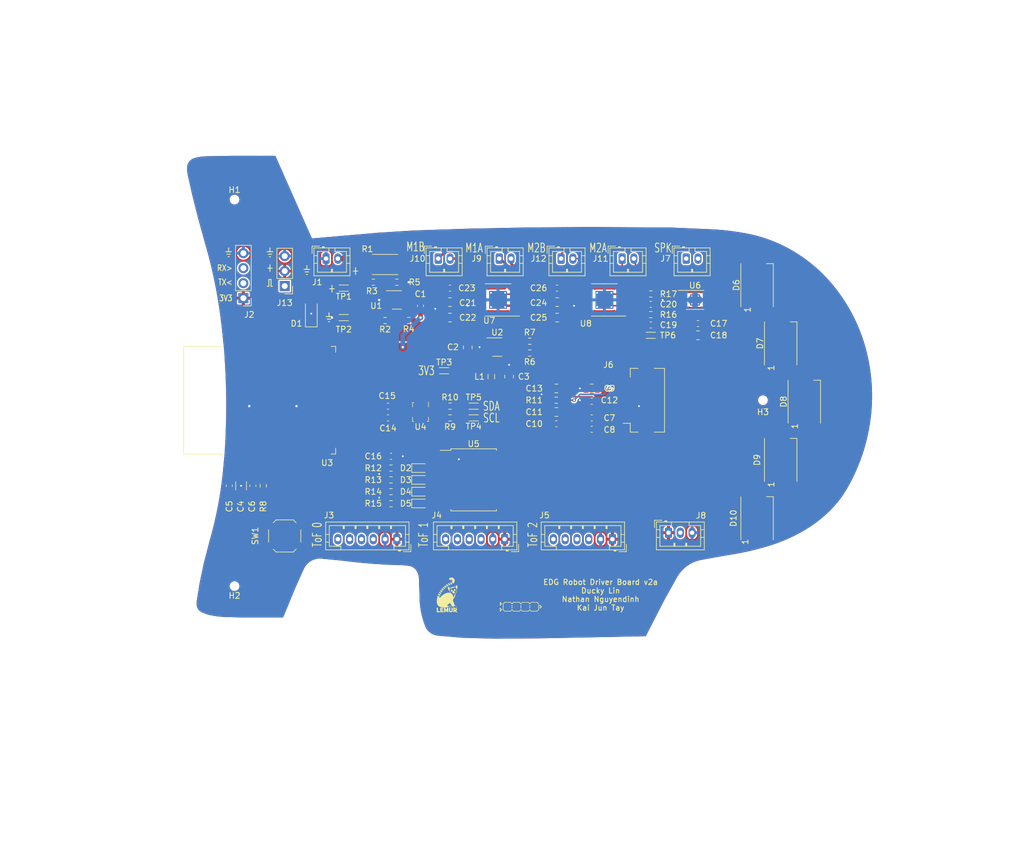
<source format=kicad_pcb>
(kicad_pcb (version 20211014) (generator pcbnew)
  (layers (0 "F.Cu" signal "Front") (31 "B.Cu" signal "Back") (34 "B.Paste" user) (35 "F.Paste" user) (36 "B.SilkS" user "B.Silkscreen") (37 "F.SilkS" user "F.Silkscreen") (38 "B.Mask" user) (39 "F.Mask" user) (44 "Edge.Cuts" user))
  (net 0 "")
  (net 1 "gnd")
  (net 2 "v3v3")
  (net 3 "vbatt")
  (net 4 "i2c_chain_0.sda")
  (net 5 "i2c_chain_0.scl")
  (net 6 "mcu.gpio.ledArray")
  (net 7 "lcd.spi.mosi")
  (net 8 "lcd.spi.sck")
  (net 9 "batt.pins.2")
  (net 10 "mcu.adc.isense")
  (net 11 "m1_a.pins.1")
  (net 12 "m1_a.pins.2")
  (net 13 "m1_b.pins.2")
  (net 14 "m1_b.pins.1")
  (net 15 "m2_a.pins.1")
  (net 16 "m2_a.pins.2")
  (net 17 "m2_b.pins.2")
  (net 18 "m2_b.pins.1")
  (net 19 "imu.int1")
  (net 20 "imu.int2")
  (net 21 "spk_chain_0")
  (net 22 "tof.gpio1.1")
  (net 23 "tof.gpio1.0")
  (net 24 "mcu.gpio.lcd_dc")
  (net 25 "mcu.gpio.motor_1a2")
  (net 26 "mcu.gpio.motor_2a1")
  (net 27 "mcu.gpio.motor_2a2")
  (net 28 "mcu.gpio.motor_1b1")
  (net 29 "mcu.ic.io2")
  (net 30 "mcu.gpio.motor_1a1")
  (net 31 "mcu.gpio.motor_2b1")
  (net 32 "mcu.gpio.lcd_reset")
  (net 33 "mcu.gpio.lcd_cs")
  (net 34 "mcu.gpio.motor_2b2")
  (net 35 "mcu.gpio.motor_1b2")
  (net 36 "lcd.device.iref")
  (net 37 "expander.io.led1")
  (net 38 "expander.io.led0")
  (net 39 "expander.io.led2")
  (net 40 "expander.io.led3")
  (net 41 "tof.gpio1.2")
  (net 42 "spk_chain_1.b")
  (net 43 "spk_chain_1.a")
  (net 44 "led_pixel.pins.2")
  (net 45 "lcd.device.c2n")
  (net 46 "motor_driver1.ic.vcp")
  (net 47 "led[3].package.k")
  (net 48 "led[2].res.a")
  (net 49 "reg_3v3.power_path.switch")
  (net 50 "expander.io.tof_xshut_1")
  (net 51 "spk_drv.(adapter)inp_res.b.src")
  (net 52 "led[0].res.a")
  (net 53 "motor_driver2.vint_cap.pwr")
  (net 54 "motor_driver2.vcp_cap.pos")
  (net 55 "ws2812bArray.led[1].din")
  (net 56 "lcd.device.c1p")
  (net 57 "lcd.device.c2p")
  (net 58 "reg_3v3.fb.center")
  (net 59 "isense.amp.r1.b")
  (net 60 "spk_drv.ic.inn")
  (net 61 "spk_drv.inn_res.a")
  (net 62 "spk_drv.inp_res.a")
  (net 63 "mcu.ic.chip_pu")
  (net 64 "led[1].res.a")
  (net 65 "isense.amp.(adapter)r2.b.src")
  (net 66 "mcu.prog.a")
  (net 67 "mcu.uart0.uart.tx")
  (net 68 "mcu.ic.uart0.tx")
  (net 69 "servo.pins.1")
  (net 70 "motor_driver1.ic.vint")
  (net 71 "tof.xshut.2")
  (net 72 "expander.io.tof_xshut_0")
  (net 73 "ws2812bArray.led[4].din")
  (net 74 "ws2812bArray.led[3].din")
  (net 75 "ws2812bArray.led[2].din")
  (net 76 "lcd.vcc_cap1.pwr")
  (net 77 "lcd.device.vcomh")
  (net 78 "lcd.c1_cap.neg")
  (footprint "Resistor_SMD:R_2512_6332Metric" (layer "F.Cu") (at 126 59)
    (fp_text reference "R1")
    (fp_text value "RTT25R050FTE (RALEC) - ±1% 1W Thick Film Resistors 200V ±500ppm/℃ -55℃~+155℃ 0.05Ω 2512 Chip Resistor - Surface Mount ROHS")
  )
  (footprint "Capacitor_SMD:C_0603_1608Metric" (layer "F.Cu") (at 161 82.166668 180)
    (fp_text reference "C12")
    (fp_text value "CC0603KRX7R9BB104 (YAGEO) - 50V 100nF X7R ±10% 0603 Multilayer Ceramic Capacitors MLCC - SMD/SMT ROHS")
  )
  (footprint "Connector_JST:JST_PH_B2B-PH-K_1x02_P2.00mm_Vertical" (layer "F.Cu") (at 177 58)
    (fp_text reference "J7")
    (fp_text value "B2B-PH-K (JST)")
  )
  (footprint "Resistor_SMD:R_0603_1608Metric" (layer "F.Cu") (at 171 67.5)
    (fp_text reference "R16")
    (fp_text value "0603WAF3002T5E (UNI-ROYAL(Uniroyal Elec)) - ±1% 1/10W Thick Film Resistors 75V ±100ppm/℃ -55℃~+155℃ 30kΩ 0603 Chip Resistor - Surface Mount ROHS")
  )
  (footprint "Capacitor_SMD:C_0603_1608Metric" (layer "F.Cu") (at 171 69.25)
    (fp_text reference "C19")
    (fp_text value "CL10A105KB8NNNC (Samsung Electro-Mechanics) - 50V 1uF X5R ±10% 0603 Multilayer Ceramic Capacitors MLCC - SMD/SMT ROHS")
  )
  (footprint "Resistor_SMD:R_0603_1608Metric" (layer "F.Cu") (at 137 85 180)
    (fp_text reference "R9")
    (fp_text value "0603WAF4701T5E (UNI-ROYAL(Uniroyal Elec)) - ±1% 1/10W Thick Film Resistors 75V ±100ppm/℃ -55℃~+155℃ 4.7kΩ 0603 Chip Resistor - Surface Mount ROHS")
  )
  (footprint "Resistor_SMD:R_0603_1608Metric" (layer "F.Cu") (at 155 82 180)
    (fp_text reference "R11")
    (fp_text value "0603WAF5603T5E (UNI-ROYAL(Uniroyal Elec)) - ±1% 1/10W Thick Film Resistors 75V ±100ppm/℃ -55℃~+155℃ 560kΩ 0603 Chip Resistor - Surface Mount ROHS")
  )
  (footprint "Capacitor_SMD:C_0603_1608Metric" (layer "F.Cu") (at 137 63 180)
    (fp_text reference "C23")
    (fp_text value "0603B103K500NT (FH(Guangdong Fenghua Advanced Tech)) - 50V 10nF X7R ±10% 0603 Multilayer Ceramic Capacitors MLCC - SMD/SMT ROHS")
  )
  (footprint "edg:JlcToolingHole_1.152mm" (layer "F.Cu") (at 100.5 48)
    (fp_text reference "H1")
    (fp_text value "")
  )
  (footprint "LED_SMD:LED_WS2812B_PLCC4_5.0x5.0mm_P3.2mm" (layer "F.Cu") (at 197 82.25 90)
    (fp_text reference "D8")
    (fp_text value "WS2812B (Worldsemi)")
  )
  (footprint "Capacitor_SMD:C_0805_2012Metric" (layer "F.Cu") (at 137 68 180)
    (fp_text reference "C22")
    (fp_text value "CL21A475KAQNNNE (Samsung Electro-Mechanics) - 25V 4.7uF X5R ±10% 0805 Multilayer Ceramic Capacitors MLCC - SMD/SMT ROHS")
  )
  (footprint "edg:JlcToolingHole_1.152mm" (layer "F.Cu") (at 190 82)
    (fp_text reference "H3")
    (fp_text value "")
  )
  (footprint "Capacitor_SMD:C_0805_2012Metric" (layer "F.Cu") (at 179 71 180)
    (fp_text reference "C18")
    (fp_text value "CL21A475KAQNNNE (Samsung Electro-Mechanics) - 25V 4.7uF X5R ±10% 0805 Multilayer Ceramic Capacitors MLCC - SMD/SMT ROHS")
  )
  (footprint "Connector_JST:JST_PH_B2B-PH-K_1x02_P2.00mm_Vertical" (layer "F.Cu") (at 145.332313 58)
    (fp_text reference "J9")
    (fp_text value "B2B-PH-K (JST)")
  )
  (footprint "Connector_JST:JST_PH_B2B-PH-K_1x02_P2.00mm_Vertical" (layer "F.Cu") (at 155.807483 58)
    (fp_text reference "J12")
    (fp_text value "B2B-PH-K (JST)")
  )
  (footprint "LED_SMD:LED_0603_1608Metric" (layer "F.Cu") (at 132 97.5)
    (fp_text reference "D4")
    (fp_text value "KT-0603R (Hubei KENTO Elec) - Red 615~630nm 1.9~2.2V 0603 Light Emitting Diodes (LED) RoHS")
  )
  (footprint "Resistor_SMD:R_0603_1608Metric" (layer "F.Cu") (at 128 62 180)
    (fp_text reference "R5")
    (fp_text value "0603WAF2003T5E (UNI-ROYAL(Uniroyal Elec)) - ±1% 1/10W Thick Film Resistors 75V ±100ppm/℃ -55℃~+155℃ 200kΩ 0603 Chip Resistor - Surface Mount ROHS")
  )
  (footprint "edg:Indicator_IdDots_4" (layer "F.Cu") (at 149 117)
    (fp_text reference "U12" hide)
    (fp_text value "IdDots4")
  )
  (footprint "Capacitor_SMD:C_0603_1608Metric" (layer "F.Cu") (at 155 86 180)
    (fp_text reference "C10")
    (fp_text value "CC0603KRX7R9BB104 (YAGEO) - 50V 100nF X7R ±10% 0603 Multilayer Ceramic Capacitors MLCC - SMD/SMT ROHS")
  )
  (footprint "LED_SMD:LED_WS2812B_PLCC4_5.0x5.0mm_P3.2mm" (layer "F.Cu") (at 193 72.375 90)
    (fp_text reference "D7")
    (fp_text value "WS2812B (Worldsemi)")
  )
  (footprint "Connector_PinHeader_2.54mm:PinHeader_1x04_P2.54mm_Vertical" (layer "F.Cu") (at 102.000001 64.699999 180)
    (fp_text reference "J2")
    (fp_text value "PinHeader2.54 1x4 (Generic)")
  )
  (footprint "edg:Indicator_LeadFree" (layer "F.Cu") (at 149 114.5)
    (fp_text reference "U11" hide)
    (fp_text value "LeadFree" hide)
  )
  (footprint "Capacitor_SMD:C_0603_1608Metric" (layer "F.Cu") (at 127 91.5)
    (fp_text reference "C16")
    (fp_text value "CC0603KRX7R9BB104 (YAGEO) - 50V 100nF X7R ±10% 0603 Multilayer Ceramic Capacitors MLCC - SMD/SMT ROHS")
  )
  (footprint "Resistor_SMD:R_0603_1608Metric" (layer "F.Cu") (at 171 64)
    (fp_text reference "R17")
    (fp_text value "0603WAF3002T5E (UNI-ROYAL(Uniroyal Elec)) - ±1% 1/10W Thick Film Resistors 75V ±100ppm/℃ -55℃~+155℃ 30kΩ 0603 Chip Resistor - Surface Mount ROHS")
  )
  (footprint "edg:Symbol_LemurSmall" (layer "F.Cu") (at 136.5 115)
    (fp_text reference "U9" hide)
    (fp_text value "Lemur" hide)
  )
  (footprint "Connector_JST:JST_PH_B2B-PH-K_1x02_P2.00mm_Vertical" (layer "F.Cu") (at 135 58)
    (fp_text reference "J10")
    (fp_text value "B2B-PH-K (JST)")
  )
  (footprint "Capacitor_SMD:C_0603_1608Metric" (layer "F.Cu") (at 171 65.75)
    (fp_text reference "C20")
    (fp_text value "CL10A105KB8NNNC (Samsung Electro-Mechanics) - 50V 1uF X5R ±10% 0603 Multilayer Ceramic Capacitors MLCC - SMD/SMT ROHS")
  )
  (footprint "Capacitor_SMD:C_0603_1608Metric" (layer "F.Cu") (at 103.6125 96.5 -90)
    (fp_text reference "C6")
    (fp_text value "CL10A105KB8NNNC (Samsung Electro-Mechanics) - 50V 1uF X5R ±10% 0603 Multilayer Ceramic Capacitors MLCC - SMD/SMT ROHS")
  )
  (footprint "edg:JlcToolingHole_1.152mm" (layer "F.Cu") (at 100.5 113.5)
    (fp_text reference "H2")
    (fp_text value "")
  )
  (footprint "Resistor_SMD:R_0603_1608Metric" (layer "F.Cu") (at 127 95.5 180)
    (fp_text reference "R13")
    (fp_text value "0603WAF1001T5E (UNI-ROYAL(Uniroyal Elec)) - ±1% 1/10W Thick Film Resistors 75V ±100ppm/℃ -55℃~+155℃ 1kΩ 0603 Chip Resistor - Surface Mount ROHS")
  )
  (footprint "RF_Module:ESP32-WROOM-32" (layer "F.Cu") (at 107.755 82 90)
    (fp_text reference "U3")
    (fp_text value "ESP32-WROOM-32 (Espressif Systems)")
  )
  (footprint "edg:TestPoint_TE_RCU_0603" (layer "F.Cu") (at 119 63 180)
    (fp_text reference "TP1")
    (fp_text value "RCU-0C (TE Connectivity) - anon_link_0")
  )
  (footprint "Capacitor_SMD:C_0805_2012Metric" (layer "F.Cu") (at 147 78 90)
    (fp_text reference "C3")
    (fp_text value "CL21A475KAQNNNE (Samsung Electro-Mechanics) - 25V 4.7uF X5R ±10% 0805 Multilayer Ceramic Capacitors MLCC - SMD/SMT ROHS")
  )
  (footprint "LED_SMD:LED_0603_1608Metric" (layer "F.Cu") (at 132 99.5)
    (fp_text reference "D5")
    (fp_text value "KT-0603R (Hubei KENTO Elec) - Red 615~630nm 1.9~2.2V 0603 Light Emitting Diodes (LED) RoHS")
  )
  (footprint "Resistor_SMD:R_0603_1608Metric" (layer "F.Cu") (at 130 68.5 180)
    (fp_text reference "R4")
    (fp_text value "0603WAF2003T5E (UNI-ROYAL(Uniroyal Elec)) - ±1% 1/10W Thick Film Resistors 75V ±100ppm/℃ -55℃~+155℃ 200kΩ 0603 Chip Resistor - Surface Mount ROHS")
  )
  (footprint "Resistor_SMD:R_0603_1608Metric" (layer "F.Cu") (at 127 93.5 180)
    (fp_text reference "R12")
    (fp_text value "0603WAF1001T5E (UNI-ROYAL(Uniroyal Elec)) - ±1% 1/10W Thick Film Resistors 75V ±100ppm/℃ -55℃~+155℃ 1kΩ 0603 Chip Resistor - Surface Mount ROHS")
  )
  (footprint "Connector_FFC-FPC:Hirose_FH12-15S-0.5SH_1x15-1MP_P0.50mm_Horizontal" (layer "F.Cu") (at 168.825 82 90)
    (fp_text reference "J6")
    (fp_text value "FH12-15S-0.5SH (Hirose)")
  )
  (footprint "Resistor_SMD:R_0603_1608Metric" (layer "F.Cu") (at 126 68.5)
    (fp_text reference "R2")
    (fp_text value "0603WAF1002T5E (UNI-ROYAL(Uniroyal Elec)) - ±1% 1/10W Thick Film Resistors 75V ±100ppm/℃ -55℃~+155℃ 10kΩ 0603 Chip Resistor - Surface Mount ROHS")
  )
  (footprint "Connector_PinHeader_2.54mm:PinHeader_1x03_P2.54mm_Vertical" (layer "F.Cu") (at 109 62.65 180)
    (fp_text reference "J13")
    (fp_text value "PinHeader2.54 1x3 (Generic)")
  )
  (footprint "edg:TestPoint_TE_RCU_0603" (layer "F.Cu") (at 119 68)
    (fp_text reference "TP2")
    (fp_text value "RCU-0C (TE Connectivity) - gnd")
  )
  (footprint "Capacitor_SMD:C_0603_1608Metric" (layer "F.Cu") (at 179 69 180)
    (fp_text reference "C17")
    (fp_text value "CC0603KRX7R9BB104 (YAGEO) - 50V 100nF X7R ±10% 0603 Multilayer Ceramic Capacitors MLCC - SMD/SMT ROHS")
  )
  (footprint "Capacitor_SMD:C_0603_1608Metric" (layer "F.Cu") (at 155.139796 63 180)
    (fp_text reference "C26")
    (fp_text value "0603B103K500NT (FH(Guangdong Fenghua Advanced Tech)) - 50V 10nF X7R ±10% 0603 Multilayer Ceramic Capacitors MLCC - SMD/SMT ROHS")
  )
  (footprint "Resistor_SMD:R_0603_1608Metric" (layer "F.Cu") (at 105.3625 96.5 90)
    (fp_text reference "R8")
    (fp_text value "0603WAF1002T5E (UNI-ROYAL(Uniroyal Elec)) - ±1% 1/10W Thick Film Resistors 75V ±100ppm/℃ -55℃~+155℃ 10kΩ 0603 Chip Resistor - Surface Mount ROHS")
  )
  (footprint "Capacitor_SMD:C_0805_2012Metric" (layer "F.Cu") (at 155.139796 65.375 180)
    (fp_text reference "C24")
    (fp_text value "CL21A106KAYNNNE (Samsung Electro-Mechanics) - X5R 25V ±10% 10uF 0805 Multilayer Ceramic Capacitors MLCC - SMD/SMT ROHS")
  )
  (footprint "edg:TestPoint_TE_RCU_0603" (layer "F.Cu") (at 141 85 180)
    (fp_text reference "TP4")
    (fp_text value "RCU-0C (TE Connectivity) - i2c_chain_0.scl")
  )
  (footprint "Connector_JST:JST_PH_B6B-PH-K_1x06_P2.00mm_Vertical" (layer "F.Cu") (at 164.5 105.55 180)
    (fp_text reference "J5")
    (fp_text value "B6B-PH-K (JST)")
  )
  (footprint "Package_SO:MSOP-8-1EP_3x3mm_P0.65mm_EP1.68x1.88mm_ThermalVias" (layer "F.Cu") (at 178.5 65)
    (fp_text reference "U6")
    (fp_text value "TPA2005D1 (Texas Instruments)")
  )
  (footprint "edg:TestPoint_TE_RCU_0603" (layer "F.Cu") (at 171 71)
    (fp_text reference "TP6")
    (fp_text value "RCU-0C (TE Connectivity) - spk_chain_0")
  )
  (footprint "Connector_JST:JST_PH_B3B-PH-K_1x03_P2.00mm_Vertical" (layer "F.Cu") (at 174 104.45)
    (fp_text reference "J8")
    (fp_text value "B3B-PH-K (JST)")
  )
  (footprint "Connector_JST:JST_PH_B6B-PH-K_1x06_P2.00mm_Vertical" (layer "F.Cu") (at 146.25 105.55 180)
    (fp_text reference "J4")
    (fp_text value "B6B-PH-K (JST)")
  )
  (footprint "Resistor_SMD:R_0603_1608Metric" (layer "F.Cu") (at 127 99.54 180)
    (fp_text reference "R15")
    (fp_text value "0603WAF1001T5E (UNI-ROYAL(Uniroyal Elec)) - ±1% 1/10W Thick Film Resistors 75V ±100ppm/℃ -55℃~+155℃ 1kΩ 0603 Chip Resistor - Surface Mount ROHS")
  )
  (footprint "LED_SMD:LED_WS2812B_PLCC4_5.0x5.0mm_P3.2mm" (layer "F.Cu") (at 193 92.125 90)
    (fp_text reference "D9")
    (fp_text value "WS2812B (Worldsemi)")
  )
  (footprint "Resistor_SMD:R_0603_1608Metric" (layer "F.Cu") (at 137 83 180)
    (fp_text reference "R10")
    (fp_text value "0603WAF4701T5E (UNI-ROYAL(Uniroyal Elec)) - ±1% 1/10W Thick Film Resistors 75V ±100ppm/℃ -55℃~+155℃ 4.7kΩ 0603 Chip Resistor - Surface Mount ROHS")
  )
  (footprint "Capacitor_SMD:C_1206_3216Metric" (layer "F.Cu") (at 101.6125 96.5 -90)
    (fp_text reference "C4")
    (fp_text value "CL31A226KPHNNNE (Samsung Electro-Mechanics) - 10V 22uF X5R ±10% 1206 Multilayer Ceramic Capacitors MLCC - SMD/SMT ROHS")
  )
  (footprint "LED_SMD:LED_0603_1608Metric" (layer "F.Cu") (at 132 93.5)
    (fp_text reference "D2")
    (fp_text value "KT-0603R (Hubei KENTO Elec) - Red 615~630nm 1.9~2.2V 0603 Light Emitting Diodes (LED) RoHS")
  )
  (footprint "Capacitor_SMD:C_0805_2012Metric" (layer "F.Cu") (at 155.139796 68 180)
    (fp_text reference "C25")
    (fp_text value "CL21A475KAQNNNE (Samsung Electro-Mechanics) - 25V 4.7uF X5R ±10% 0805 Multilayer Ceramic Capacitors MLCC - SMD/SMT ROHS")
  )
  (footprint "Capacitor_SMD:C_0603_1608Metric" (layer "F.Cu") (at 99.6125 96.5 -90)
    (fp_text reference "C5")
    (fp_text value "CC0603KRX7R9BB104 (YAGEO) - 50V 100nF X7R ±10% 0603 Multilayer Ceramic Capacitors MLCC - SMD/SMT ROHS")
  )
  (footprint "edg:Symbol_Duckling" (layer "F.Cu") (at 142 115.5)
    (fp_text reference "U10" hide)
    (fp_text value "Duck" hide)
  )
  (footprint "Button_Switch_SMD:SW_SPST_SKQG_WithoutStem" (layer "F.Cu") (at 109 105 180)
    (fp_text reference "SW1")
    (fp_text value "5.1mm switch")
  )
  (footprint "Capacitor_SMD:C_0805_2012Metric" (layer "F.Cu") (at 140 73.05 -90)
    (fp_text reference "C2")
    (fp_text value "CL21A475KAQNNNE (Samsung Electro-Mechanics) - 25V 4.7uF X5R ±10% 0805 Multilayer Ceramic Capacitors MLCC - SMD/SMT ROHS")
  )
  (footprint "Connector_JST:JST_PH_B6B-PH-K_1x06_P2.00mm_Vertical" (layer "F.Cu") (at 128 105.55 180)
    (fp_text reference "J3")
    (fp_text value "B6B-PH-K (JST)")
  )
  (footprint "Capacitor_SMD:C_0603_1608Metric" (layer "F.Cu") (at 161 85 180)
    (fp_text reference "C7")
    (fp_text value "CC0603KRX7R9BB104 (YAGEO) - 50V 100nF X7R ±10% 0603 Multilayer Ceramic Capacitors MLCC - SMD/SMT ROHS")
  )
  (footprint "Resistor_SMD:R_0603_1608Metric" (layer "F.Cu") (at 124 62)
    (fp_text reference "R3")
    (fp_text value "0603WAF1002T5E (UNI-ROYAL(Uniroyal Elec)) - ±1% 1/10W Thick Film Resistors 75V ±100ppm/℃ -55℃~+155℃ 10kΩ 0603 Chip Resistor - Surface Mount ROHS")
  )
  (footprint "LED_SMD:LED_WS2812B_PLCC4_5.0x5.0mm_P3.2mm" (layer "F.Cu") (at 189 102 90)
    (fp_text reference "D10")
    (fp_text value "WS2812B (Worldsemi)")
  )
  (footprint "Package_SO:TSSOP-16-1EP_4.4x5mm_P0.65mm_EP3x3mm_ThermalVias" (layer "F.Cu") (at 163.139796 65 180)
    (fp_text reference "U8")
    (fp_text value "DRV8833PWP (Texas Instruments)")
  )
  (footprint "Package_SO:SOIC-16W_7.5x10.3mm_P1.27mm" (layer "F.Cu") (at 141 95.5)
    (fp_text reference "U5")
    (fp_text value "PCF8574AT (NXP)")
  )
  (footprint "Connector_JST:JST_PH_B2B-PH-K_1x02_P2.00mm_Vertical" (layer "F.Cu") (at 166.139796 58)
    (fp_text reference "J11")
    (fp_text value "B2B-PH-K (JST)")
  )
  (footprint "Package_SO:TSSOP-16-1EP_4.4x5mm_P0.65mm_EP3x3mm_ThermalVias" (layer "F.Cu") (at 145.139796 65 180)
    (fp_text reference "U7")
    (fp_text value "DRV8833PWP (Texas Instruments)")
  )
  (footprint "Capacitor_SMD:C_0805_2012Metric" (layer "F.Cu") (at 137 65.375 180)
    (fp_text reference "C21")
    (fp_text value "CL21A106KAYNNNE (Samsung Electro-Mechanics) - X5R 25V ±10% 10uF 0805 Multilayer Ceramic Capacitors MLCC - SMD/SMT ROHS")
  )
  (footprint "Capacitor_SMD:C_0805_2012Metric" (layer "F.Cu") (at 161 80 180)
    (fp_text reference "C9")
    (fp_text value "CL21A475KAQNNNE (Samsung Electro-Mechanics) - 25V 4.7uF X5R ±10% 0805 Multilayer Ceramic Capacitors MLCC - SMD/SMT ROHS")
  )
  (footprint "edg:TestPoint_TE_RCU_0603" (layer "F.Cu") (at 141 83 180)
    (fp_text reference "TP5")
    (fp_text value "RCU-0C (TE Connectivity) - i2c_tp.anon_link_1")
  )
  (footprint "LED_SMD:LED_0603_1608Metric" (layer "F.Cu") (at 132 95.5)
    (fp_text reference "D3")
    (fp_text value "KT-0603R (Hubei KENTO Elec) - Red 615~630nm 1.9~2.2V 0603 Light Emitting Diodes (LED) RoHS")
  )
  (footprint "Capacitor_SMD:C_0603_1608Metric" (layer "F.Cu") (at 132 66 90)
    (fp_text reference "C1")
    (fp_text value "CC0603KRX7R9BB104 (YAGEO) - 50V 100nF X7R ±10% 0603 Multilayer Ceramic Capacitors MLCC - SMD/SMT ROHS")
  )
  (footprint "edg:TestPoint_TE_RCU_0603" (layer "F.Cu") (at 136 77)
    (fp_text reference "TP3")
    (fp_text value "RCU-0C (TE Connectivity) - v3v3")
  )
  (footprint "Resistor_SMD:R_0603_1608Metric" (layer "F.Cu") (at 150.5 72)
    (fp_text reference "R7")
    (fp_text value "0603WAF1502T5E (UNI-ROYAL(Uniroyal Elec)) - ±1% 1/10W Thick Film Resistors 75V ±100ppm/℃ -55℃~+155℃ 15kΩ 0603 Chip Resistor - Surface Mount ROHS")
  )
  (footprint "Diode_SMD:D_SOD-123" (layer "F.Cu") (at 113.5 67.325 90)
    (fp_text reference "D1")
    (fp_text value "BZT52C3V6 (SMC(Sangdest Microelectronicstronic (Nanjing))) - 5μA@1V 90Ω Single 3.6V~3.8V 350mW 3.4V SOD-123 Zener Diodes ROHS")
  )
  (footprint "Capacitor_SMD:C_0603_1608Metric" (layer "F.Cu") (at 126.5 83 180)
    (fp_text reference "C15")
    (fp_text value "CC0603KRX7R9BB104 (YAGEO) - 50V 100nF X7R ±10% 0603 Multilayer Ceramic Capacitors MLCC - SMD/SMT ROHS")
  )
  (footprint "Capacitor_SMD:C_0603_1608Metric" (layer "F.Cu") (at 126.5 85 180)
    (fp_text reference "C14")
    (fp_text value "CC0603KRX7R9BB104 (YAGEO) - 50V 100nF X7R ±10% 0603 Multilayer Ceramic Capacitors MLCC - SMD/SMT ROHS")
  )
  (footprint "Capacitor_SMD:C_0805_2012Metric" (layer "F.Cu") (at 155 84 180)
    (fp_text reference "C11")
    (fp_text value "CL21A475KAQNNNE (Samsung Electro-Mechanics) - 25V 4.7uF X5R ±10% 0805 Multilayer Ceramic Capacitors MLCC - SMD/SMT ROHS")
  )
  (footprint "LED_SMD:LED_WS2812B_PLCC4_5.0x5.0mm_P3.2mm" (layer "F.Cu") (at 189 62.5 90)
    (fp_text reference "D6")
    (fp_text value "WS2812B (Worldsemi)")
  )
  (footprint "Inductor_SMD:L_0805_2012Metric" (layer "F.Cu") (at 144 78 -90)
    (fp_text reference "L1")
    (fp_text value "MPL2012S3R3MHT (Sunlord) - 900mA 3.3uH ±20% 190mΩ 0805 Inductors (SMD) ROHS")
  )
  (footprint "Package_TO_SOT_SMD:SOT-23-5" (layer "F.Cu") (at 145 73)
    (fp_text reference "U2")
    (fp_text value "AP3418 (Diodes Incorporated)")
  )
  (footprint "Capacitor_SMD:C_0805_2012Metric" (layer "F.Cu") (at 155 80 180)
    (fp_text reference "C13")
    (fp_text value "CL21A106KAYNNNE (Samsung Electro-Mechanics) - X5R 25V ±10% 10uF 0805 Multilayer Ceramic Capacitors MLCC - SMD/SMT ROHS")
  )
  (footprint "Connector_JST:JST_PH_B2B-PH-K_1x02_P2.00mm_Vertical" (layer "F.Cu") (at 116 58)
    (fp_text reference "J1")
    (fp_text value "B2B-PH-K (JST)")
  )
  (footprint "Capacitor_SMD:C_0603_1608Metric" (layer "F.Cu") (at 161 86.916666 180)
    (fp_text reference "C8")
    (fp_text value "CC0603KRX7R9BB104 (YAGEO) - 50V 100nF X7R ±10% 0603 Multilayer Ceramic Capacitors MLCC - SMD/SMT ROHS")
  )
  (footprint "Resistor_SMD:R_0603_1608Metric" (layer "F.Cu") (at 150.5 74 180)
    (fp_text reference "R6")
    (fp_text value "0603WAF6802T5E (UNI-ROYAL(Uniroyal Elec)) - ±1% 1/10W Thick Film Resistors 75V ±100ppm/℃ -55℃~+155℃ 68kΩ 0603 Chip Resistor - Surface Mount ROHS")
  )
  (footprint "Package_TO_SOT_SMD:SOT-23-5" (layer "F.Cu") (at 128 65)
    (fp_text reference "U1")
    (fp_text value "LMV321 (Texas Instruments)")
  )
  (footprint "Resistor_SMD:R_0603_1608Metric" (layer "F.Cu") (at 127 97.5 180)
    (fp_text reference "R14")
    (fp_text value "0603WAF1001T5E (UNI-ROYAL(Uniroyal Elec)) - ±1% 1/10W Thick Film Resistors 75V ±100ppm/℃ -55℃~+155℃ 1kΩ 0603 Chip Resistor - Surface Mount ROHS")
  )
  (footprint "Package_LGA:Bosch_LGA-14_3x2.5mm_P0.5mm" (layer "F.Cu") (at 132 84 -90)
    (fp_text reference "U4")
    (fp_text value "LSM6DS3TR-C (STMicroelectronics)")
  )
  (gr_line (start 152.705652 122.597399) (end 170.311219 122.243129) (layer "Edge.Cuts") (width 0.001919))
  (gr_line (start 113.771581 54.314842) (end 110.678787 47.321486) (layer "Edge.Cuts") (width 0.001919))
  (gr_line (start 179.437981 109.340335) (end 183.712471 108.563339) (layer "Edge.Cuts") (width 0.001919))
  (gr_line (start 94.314959 113.074293) (end 93.838255 116.085521) (layer "Edge.Cuts") (width 0.001919))
  (gr_arc (start 96.196859 118.639526) (mid 95.431937 118.410576) (end 94.702677 118.085456) (layer "Edge.Cuts") (width 0.001919))
  (gr_line (start 118.735974 109.444684) (end 121.13639 109.725552) (layer "Edge.Cuts") (width 0.001919))
  (gr_line (start 131.476552 112.158208) (end 131.576219 115.102624) (layer "Edge.Cuts") (width 0.001919))
  (gr_arc (start 131.706154 117.095006) (mid 131.60874 116.100931) (end 131.576219 115.102624) (layer "Edge.Cuts") (width 0.001919))
  (gr_arc (start 92.357693 44.024822) (mid 92.244194 43.319208) (end 92.206219 42.605534) (layer "Edge.Cuts") (width 0.001919))
  (gr_arc (start 132.659596 120.592712) (mid 132.347332 119.811899) (end 132.093787 119.010093) (layer "Edge.Cuts") (width 0.001919))
  (gr_arc (start 204.497209 97.038647) (mid 202.99336 99.259159) (end 201.18158 101.236451) (layer "Edge.Cuts") (width 0.001919))
  (gr_line (start 126.162921 110.127751) (end 127.943474 110.178129) (layer "Edge.Cuts") (width 0.001919))
  (gr_arc (start 208.525346 84.868834) (mid 207.12926 91.158288) (end 204.497209 97.038647) (layer "Edge.Cuts") (width 0.001919))
  (gr_arc (start 93.59579 40.739659) (mid 94.608879 40.507812) (end 95.64306 40.404996) (layer "Edge.Cuts") (width 0.001919))
  (gr_arc (start 93.975639 117.267769) (mid 93.832451 116.685302) (end 93.838255 116.085521) (layer "Edge.Cuts") (width 0.001919))
  (gr_arc (start 130.050482 110.337839) (mid 130.595882 110.535244) (end 131.024503 110.926027) (layer "Edge.Cuts") (width 0.001919))
  (gr_arc (start 187.277246 53.49204) (mid 189.417701 53.993602) (end 191.502977 54.689833) (layer "Edge.Cuts") (width 0.001919))
  (gr_line (start 108.904844 119.068129) (end 111.033032 113.889684) (layer "Edge.Cuts") (width 0.001919))
  (gr_arc (start 207.379816 72.210619) (mid 208.611486 78.480098) (end 208.525346 84.868834) (layer "Edge.Cuts") (width 0.001919))
  (gr_line (start 170.311219 122.243129) (end 173.567641 115.898902) (layer "Edge.Cuts") (width 0.001919))
  (gr_line (start 98.486368 118.969536) (end 101.785673 119.068129) (layer "Edge.Cuts") (width 0.001919))
  (gr_arc (start 177.32211 110.288707) (mid 178.331346 109.705869) (end 179.437981 109.340335) (layer "Edge.Cuts") (width 0.001919))
  (gr_arc (start 92.206219 42.605534) (mid 92.305157 41.991995) (end 92.591945 41.440659) (layer "Edge.Cuts") (width 0.001919))
  (gr_arc (start 201.323948 61.477002) (mid 204.933643 66.515582) (end 207.379816 72.210619) (layer "Edge.Cuts") (width 0.001919))
  (gr_line (start 174.382477 52.479719) (end 160.786219 52.393129) (layer "Edge.Cuts") (width 0.001919))
  (gr_arc (start 92.591945 41.440659) (mid 93.037003 41.008729) (end 93.595789 40.739659) (layer "Edge.Cuts") (width 0.001919))
  (gr_line (start 101.785673 119.068129) (end 108.904844 119.068129) (layer "Edge.Cuts") (width 0.001919))
  (gr_arc (start 190.795224 107.012817) (mid 187.281994 107.916651) (end 183.712471 108.563339) (layer "Edge.Cuts") (width 0.001919))
  (gr_arc (start 191.502977 54.689833) (mid 196.816532 57.500179) (end 201.323948 61.477002) (layer "Edge.Cuts") (width 0.001919))
  (gr_line (start 96.100919 105.520269) (end 95.072714 109.461446) (layer "Edge.Cuts") (width 0.001919))
  (gr_line (start 95.072714 109.461446) (end 94.314959 113.074293) (layer "Edge.Cuts") (width 0.001919))
  (gr_arc (start 97.83684 67.701922) (mid 98.527067 74.374429) (end 98.828704 81.075755) (layer "Edge.Cuts") (width 0.001919))
  (gr_arc (start 133.338152 121.489394) (mid 132.947024 121.08029) (end 132.659596 120.592712) (layer "Edge.Cuts") (width 0.001919))
  (gr_line (start 111.033032 113.889684) (end 112.511302 110.619467) (layer "Edge.Cuts") (width 0.001919))
  (gr_line (start 93.116742 47.368853) (end 94.118859 51.34364) (layer "Edge.Cuts") (width 0.001919))
  (gr_line (start 130.789133 52.982619) (end 124.8964 53.353986) (layer "Edge.Cuts") (width 0.001919))
  (gr_line (start 124.8964 53.353986) (end 113.771581 54.314842) (layer "Edge.Cuts") (width 0.001919))
  (gr_line (start 173.567641 115.898902) (end 175.73792 112.009162) (layer "Edge.Cuts") (width 0.001919))
  (gr_arc (start 196.620915 104.56905) (mid 193.774781 105.949966) (end 190.795224 107.012817) (layer "Edge.Cuts") (width 0.001919))
  (gr_arc (start 98.486368 118.969536) (mid 97.334728 118.8523) (end 96.196859 118.639526) (layer "Edge.Cuts") (width 0.001919))
  (gr_line (start 107.585993 40.328129) (end 99.896106 40.328129) (layer "Edge.Cuts") (width 0.001919))
  (gr_line (start 134.889641 122.151255) (end 139.006242 122.50381) (layer "Edge.Cuts") (width 0.001919))
  (gr_arc (start 112.511302 110.619467) (mid 112.968857 109.959532) (end 113.598076 109.460578) (layer "Edge.Cuts") (width 0.001919))
  (gr_line (start 144.744534 122.671872) (end 152.705652 122.597399) (layer "Edge.Cuts") (width 0.001919))
  (gr_line (start 110.678787 47.321486) (end 107.585993 40.328129) (layer "Edge.Cuts") (width 0.001919))
  (gr_line (start 150.4889 52.463681) (end 140.028022 52.67538) (layer "Edge.Cuts") (width 0.001919))
  (gr_line (start 94.118859 51.34364) (end 95.305871 55.623034) (layer "Edge.Cuts") (width 0.001919))
  (gr_arc (start 94.702677 118.085456) (mid 94.264682 117.742832) (end 93.975639 117.267769) (layer "Edge.Cuts") (width 0.001919))
  (gr_arc (start 98.828704 81.075755) (mid 98.739841 87.648004) (end 98.264232 94.203623) (layer "Edge.Cuts") (width 0.001919))
  (gr_line (start 92.357693 44.024822) (end 93.116742 47.368853) (layer "Edge.Cuts") (width 0.001919))
  (gr_line (start 121.13639 109.725552) (end 123.740264 109.96268) (layer "Edge.Cuts") (width 0.001919))
  (gr_line (start 140.028022 52.67538) (end 130.789133 52.982619) (layer "Edge.Cuts") (width 0.001919))
  (gr_arc (start 201.18158 101.236451) (mid 199.005341 103.045202) (end 196.620915 104.56905) (layer "Edge.Cuts") (width 0.001919))
  (gr_arc (start 95.305871 55.623034) (mid 96.796192 61.615367) (end 97.83684 67.701922) (layer "Edge.Cuts") (width 0.001919))
  (gr_arc (start 127.943474 110.178129) (mid 129 110.218118) (end 130.050482 110.337839) (layer "Edge.Cuts") (width 0.001919))
  (gr_arc (start 113.598076 109.460578) (mid 114.345903 109.164527) (end 115.147357 109.096992) (layer "Edge.Cuts") (width 0.001919))
  (gr_line (start 182.084208 52.816378) (end 174.382477 52.479719) (layer "Edge.Cuts") (width 0.001919))
  (gr_line (start 115.147357 109.096992) (end 118.735974 109.444684) (layer "Edge.Cuts") (width 0.001919))
  (gr_arc (start 132.093787 119.010093) (mid 131.866699 118.059284) (end 131.706154 117.095006) (layer "Edge.Cuts") (width 0.001919))
  (gr_arc (start 98.264232 94.203623) (mid 97.428888 99.909032) (end 96.100919 105.520269) (layer "Edge.Cuts") (width 0.001919))
  (gr_line (start 123.740264 109.96268) (end 126.162921 110.127751) (layer "Edge.Cuts") (width 0.001919))
  (gr_line (start 99.896106 40.328129) (end 95.64306 40.404996) (layer "Edge.Cuts") (width 0.001919))
  (gr_line (start 139.006242 122.50381) (end 144.744534 122.671872) (layer "Edge.Cuts") (width 0.001919))
  (gr_arc (start 182.084208 52.816378) (mid 184.689978 53.08311) (end 187.277246 53.49204) (layer "Edge.Cuts") (width 0.001919))
  (gr_arc (start 175.73792 112.009162) (mid 176.443466 111.069241) (end 177.32211 110.288707) (layer "Edge.Cuts") (width 0.001919))
  (gr_arc (start 134.889641 122.151255) (mid 134.065662 121.933396) (end 133.338152 121.489394) (layer "Edge.Cuts") (width 0.001919))
  (gr_line (start 160.786219 52.393129) (end 150.4889 52.463681) (layer "Edge.Cuts") (width 0.001919))
  (gr_arc (start 131.024503 110.926027) (mid 131.338591 111.50981) (end 131.476552 112.158208) (layer "Edge.Cuts") (width 0.001919))
  (gr_text "⏚" (at 116.5 68) (layer "F.SilkS") (effects (font (size 1.5 1) (thickness 0.1524))))
  (gr_text "⏚" (at 106.5 57) (layer "F.SilkS") (effects (font (size 1.5 1) (thickness 0.1524))))
  (gr_text "M2A" (at 160.5 56.19) (layer "F.SilkS") (effects (font (size 1.5 1)) (justify left)))
  (gr_text "M1B" (at 129.5 56) (layer "F.SilkS") (effects (font (size 1.5 1)) (justify left)))
  (gr_text "+" (at 106.5 59.5) (layer "F.SilkS") (effects (font (size 1.5 1) (thickness 0.1524))))
  (gr_text "⏚" (at 112.75 60) (layer "F.SilkS") (effects (font (size 1.5 1) (thickness 0.1524))))
  (gr_text "SPK" (at 171.5 56.19) (layer "F.SilkS") (effects (font (size 1.5 1)) (justify left)))
  (gr_text "EDG Robot Driver Board v2a\nDucky Lin\nNathan Nguyendinh\nKai Jun Tay" (at 162.5 115) (layer "F.SilkS") (effects (font (size 0.9 0.9))))
  (gr_text "SCL" (at 144 85) (layer "F.SilkS") (effects (font (size 1.5 1) (thickness 0.1524))))
  (gr_text "+" (at 117 63) (layer "F.SilkS") (effects (font (size 1.5 1) (thickness 0.1524))))
  (gr_text "M1A" (at 139.5 56.19) (layer "F.SilkS") (effects (font (size 1.5 1)) (justify left)))
  (gr_text "M2B" (at 150 56.19) (layer "F.SilkS") (effects (font (size 1.5 1)) (justify left)))
  (gr_text "3V3" (at 99.014286 64.699999) (layer "F.SilkS") (effects (font (size 1 0.8) (thickness 0.1524))))
  (gr_text "3V3" (at 133 77) (layer "F.SilkS") (effects (font (size 1.5 1) (thickness 0.1524))))
  (gr_text "ToF 2" (at 151 107 90) (layer "F.SilkS") (effects (font (size 1.5 1)) (justify left)))
  (gr_text "⏚" (at 99.5 57) (layer "F.SilkS") (effects (font (size 1.5 1) (thickness 0.1524))))
  (gr_text "+" (at 121 60) (layer "F.SilkS") (effects (font (size 1.5 1) (thickness 0.1524))))
  (gr_text "ToF 1" (at 132.5 107 90) (layer "F.SilkS") (effects (font (size 1.5 1)) (justify left)))
  (gr_text "⎍" (at 106.5 62) (layer "F.SilkS") (effects (font (size 1.5 1) (thickness 0.1524))))
  (gr_text "RX>" (at 98.842857 59.589999) (layer "F.SilkS") (effects (font (size 1 0.8) (thickness 0.1524))))
  (gr_text "SDA" (at 144 83) (layer "F.SilkS") (effects (font (size 1.5 1) (thickness 0.1524))))
  (gr_text "ToF 0" (at 114.5 107 90) (layer "F.SilkS") (effects (font (size 1.5 1)) (justify left)))
  (gr_text "TX<" (at 98.937295 62) (layer "F.SilkS") (effects (font (size 1 0.8) (thickness 0.154))))
  (segment (start 154.05 80) (end 153.5 80) (width 0.254) (layer "F.Cu") (net 1))
  (segment (start 153.5 82) (end 152.5 81) (width 0.254) (layer "F.Cu") (net 1))
  (segment (start 126 97.5) (end 125 98.5) (width 0.254) (layer "F.Cu") (net 1))
  (segment (start 172.25 65.75) (end 173 65) (width 0.4) (layer "F.Cu") (net 1))
  (segment (start 138.5 92) (end 137.555 91.055) (width 0.254) (layer "F.Cu") (net 1))
  (segment (start 134.860204 66.564796) (end 136.05 65.375) (width 0.6) (layer "F.Cu") (net 1))
  (segment (start 138.175 92.325) (end 136.35 92.325) (width 0.254) (layer "F.Cu") (net 1))
  (segment (start 126 95.5) (end 125 94.5) (width 0.254) (layer "F.Cu") (net 1))
  (segment (start 101.6125 96.5) (end 101.6125 97.975) (width 0.4) (layer "F.Cu") (net 1))
  (segment (start 153.5 80) (end 152.5 81) (width 0.254) (layer "F.Cu") (net 1))
  (segment (start 99.6125 97.275) (end 100.3875 96.5) (width 0.4) (layer "F.Cu") (net 1))
  (segment (start 102.6125 96.5) (end 101.6125 96.5) (width 0.4) (layer "F.Cu") (net 1))
  (segment (start 107 83) (end 111 83) (width 1) (layer "F.Cu") (net 1))
  (segment (start 140 74) (end 141 74) (width 0.6) (layer "F.Cu") (net 1))
  (segment (start 126 93.5) (end 125 94.5) (width 0.254) (layer "F.Cu") (net 1))
  (segment (start 166.975 83) (end 169 83) (width 0.254) (layer "F.Cu") (net 1))
  (segment (start 154.175 82) (end 153.5 82) (width 0.254) (layer "F.Cu") (net 1))
  (segment (start 113.5 65.675) (end 113.5 67.325) (width 0.4) (layer "F.Cu") (net 1))
  (segment (start 107 83) (end 103 83) (width 1) (layer "F.Cu") (net 1))
  (segment (start 166.014796 65.975) (end 164.564796 65.975) (width 0.254) (layer "F.Cu") (net 1))
  (segment (start 126.175 93.5) (end 126 93.5) (width 0.254) (layer "F.Cu") (net 1))
  (segment (start 148.014796 65.975) (end 146.564796 65.975) (width 0.4) (layer "F.Cu") (net 1))
  (segment (start 126.175 99.54) (end 126.04 99.54) (width 0.254) (layer "F.Cu") (net 1))
  (segment (start 126.175 97.5) (end 126 97.5) (width 0.254) (layer "F.Cu") (net 1))
  (segment (start 128.825 62) (end 130 62) (width 0.8) (layer "F.Cu") (net 1))
  (segment (start 136 68) (end 136.05 68) (width 0.6) (layer "F.Cu") (net 1))
  (segment (start 137.555 91.055) (end 136.35 91.055) (width 0.254) (layer "F.Cu") (net 1))
  (segment (start 160.264796 65.325) (end 158.675 65.325) (width 0.4) (layer "F.Cu") (net 1))
  (segment (start 140.675 65.325) (end 142.264796 65.325) (width 0.4) (layer "F.Cu") (net 1))
  (segment (start 138.5 92) (end 136.905 93.595) (width 0.254) (layer "F.Cu") (net 1))
  (segment (start 126.175 95.5) (end 126 95.5) (width 0.254) (layer "F.Cu") (net 1))
  (segment (start 134.5 66.5) (end 133.225 65.225) (width 0.8) (layer "F.Cu") (net 1))
  (segment (start 166.014796 64.025) (end 164.564796 64.025) (width 0.254) (layer "F.Cu") (net 1))
  (segment (start 158.675 65.325) (end 158 66) (width 0.4) (layer "F.Cu") (net 1))
  (segment (start 164.564796 64.025) (end 164.339796 63.8) (width 0.254) (layer "F.Cu") (net 1))
  (segment (start 134.5 66.5) (end 136 68) (width 0.6) (layer "F.Cu") (net 1))
  (segment (start 159.166668 82.166668) (end 159 82) (width 0.254) (layer "F.Cu") (net 1))
  (segment (start 160.05 80) (end 159 80) (width 0.254) (layer "F.Cu") (net 1))
  (segment (start 141 74) (end 142 73) (width 0.6) (layer "F.Cu") (net 1))
  (segment (start 164.564796 65.975) (end 164.339796 66.2) (width 0.254) (layer "F.Cu") (net 1))
  (segment (start 147 77.05) (end 147 76) (width 0.6) (layer "F.Cu") (net 1))
  (segment (start 143.8625 73) (end 142 73) (width 0.6) (layer "F.Cu") (net 1))
  (segment (start 148.014796 64.025) (end 146.564796 64.025) (width 0.254) (layer "F.Cu") (net 1))
  (segment (start 146.564796 65.975) (end 146.339796 66.2) (width 0.4) (layer "F.Cu") (net 1))
  (segment (start 103.3875 97.275) (end 102.6125 96.5) (width 0.4) (layer "F.Cu") (net 1))
  (segment (start 103.6125 97.275) (end 103.3875 97.275) (width 0.4) (layer "F.Cu") (net 1))
  (segment (start 127.775 91.5) (end 129 91.5) (width 0.254) (layer "F.Cu") (net 1))
  (segment (start 126.04 99.54) (end 125 98.5) (width 0.254) (layer "F.Cu") (net 1))
  (segment (start 171.775 65.75) (end 172.25 65.75) (width 0.4) (layer "F.Cu") (net 1))
  (segment (start 140 66) (end 140.675 65.325) (width 0.4) (layer "F.Cu") (net 1))
  (segment (start 138.5 92) (end 138.175 92.325) (width 0.254) (layer "F.Cu") (net 1))
  (segment (start 126.8625 65) (end 125 65) (width 0.8) (layer "F.Cu") (net 1))
  (segment (start 100.3875 96.5) (end 101.6125 96.5) (width 0.4) (layer "F.Cu") (net 1))
  (segment (start 146.564796 64.025) (end 146.339796 63.8) (width 0.254) (layer "F.Cu") (net 1))
  (segment (start 119 68) (end 117 68) (width 0.8) (layer "F.Cu") (net 1))
  (segment (start 133.225 65.225) (end 132 65.225) (width 0.8) (layer "F.Cu") (net 1))
  (segment (start 160.225 82.166668) (end 159.166668 82.166668) (width 0.254) (layer "F.Cu") (net 1))
  (segment (start 136.905 93.595) (end 136.35 93.595) (width 0.254) (layer "F.Cu") (net 1))
  (via (at 125 65) (size 0.9) (drill 0.4) (layers "F.Cu" "B.Cu") (net 1))
  (via (at 147 76) (size 0.6) (drill 0.3) (layers "F.Cu" "B.Cu") (net 1))
  (via (at 138.5 92) (size 0.6) (drill 0.3) (layers "F.Cu" "B.Cu") (net 1))
  (via (at 140 66) (size 0.6) (drill 0.3) (layers "F.Cu" "B.Cu") (net 1))
  (via (at 152.5 81) (size 0.6) (drill 0.3) (layers "F.Cu" "B.Cu") (net 1))
  (via (at 111 83) (size 0.9) (drill 0.4) (layers "F.Cu" "B.Cu") (net 1))
  (via (at 117 68) (size 0.9) (drill 0.4) (layers "F.Cu" "B.Cu") (net 1))
  (via (at 129 91.5) (size 0.6) (drill 0.3) (layers "F.Cu" "B.Cu") (net 1))
  (via (at 169 83) (size 0.6) (drill 0.3) (layers "F.Cu" "B.Cu") (net 1))
  (via (at 103 83) (size 0.9) (drill 0.4) (layers "F.Cu" "B.Cu") (net 1))
  (via (at 125 94.5) (size 0.6) (drill 0.3) (layers "F.Cu" "B.Cu") (net 1))
  (via (at 159 82) (size 0.6) (drill 0.3) (layers "F.Cu" "B.Cu") (net 1))
  (via (at 142 73) (size 0.6) (drill 0.3) (layers "F.Cu" "B.Cu") (net 1))
  (via (at 101.6125 96.5) (size 0.6) (drill 0.3) (layers "F.Cu" "B.Cu") (net 1))
  (via (at 113.5 67.325) (size 0.6) (drill 0.3) (layers "F.Cu" "B.Cu") (net 1))
  (via (at 159 80) (size 0.6) (drill 0.3) (layers "F.Cu" "B.Cu") (net 1))
  (via (at 134.5 66.5) (size 0.6) (drill 0.3) (layers "F.Cu" "B.Cu") (net 1))
  (via (at 125 98.5) (size 0.6) (drill 0.3) (layers "F.Cu" "B.Cu") (net 1))
  (via (at 173 65) (size 0.6) (drill 0.3) (layers "F.Cu" "B.Cu") (net 1))
  (via (at 130 62) (size 0.9) (drill 0.4) (layers "F.Cu" "B.Cu") (net 1))
  (via (at 158 66) (size 0.6) (drill 0.3) (layers "F.Cu" "B.Cu") (net 1))
  (segment (start 166.975 82.5) (end 168 82.5) (width 0.254) (layer "F.Cu") (net 2))
  (segment (start 166.975 83.5) (end 168 83.5) (width 0.254) (layer "F.Cu") (net 2))
  (segment (start 131.8625 66.775) (end 132 66.775) (width 0.8) (layer "F.Cu") (net 2))
  (segment (start 129.1375 64.05) (end 131.8625 66.775) (width 0.8) (layer "F.Cu") (net 2))
  (segment (start 166.975 82.5) (end 165.5 82.5) (width 0.254) (layer "F.Cu") (net 2))
  (segment (start 132 66.775) (end 132 68) (width 0.8) (layer "F.Cu") (net 2))
  (segment (start 166.975 83.5) (end 165.5 83.5) (width 0.254) (layer "F.Cu") (net 2))
  (via (at 132 68) (size 0.9) (drill 0.4) (layers "F.Cu" "B.Cu") (net 2))
  (via (at 129 73) (size 0.9) (drill 0.4) (layers "F.Cu" "B.Cu") (net 2))
  (segment (start 129 71) (end 129 73) (width 0.8) (layer "B.Cu") (net 2))
  (segment (start 132 68) (end 129 71) (width 0.8) (layer "B.Cu") (net 2))
  (segment (start 140.248 83.752) (end 141 83) (width 0.254) (layer "F.Cu") (net 4))
  (segment (start 136.927 83.752) (end 140.248 83.752) (width 0.254) (layer "F.Cu") (net 4))
  (segment (start 135.675 83.5) (end 136.175 83) (width 0.254) (layer "F.Cu") (net 4))
  (segment (start 133.0125 83.5) (end 135.675 83.5) (width 0.254) (layer "F.Cu") (net 4))
  (segment (start 136.175 83) (end 136.927 83.752) (width 0.254) (layer "F.Cu") (net 4))
  (segment (start 133.0125 84) (end 135.5875 84) (width 0.254) (layer "F.Cu") (net 5))
  (segment (start 136.175 85) (end 137.019 84.156) (width 0.254) (layer "F.Cu") (net 5))
  (segment (start 135.5875 84) (end 136.175 84.5875) (width 0.254) (layer "F.Cu") (net 5))
  (segment (start 137.019 84.156) (end 140.156 84.156) (width 0.254) (layer "F.Cu") (net 5))
  (segment (start 136.175 84.5875) (end 136.175 85) (width 0.254) (layer "F.Cu") (net 5))
  (segment (start 140.156 84.156) (end 141 85) (width 0.254) (layer "F.Cu") (net 5))
  (segment (start 123.175 59.1375) (end 123.0375 59) (width 0.8) (layer "F.Cu") (net 9))
  (segment (start 119 63) (end 119.0375 63) (width 1) (layer "F.Cu") (net 9))
  (segment (start 122.0375 58) (end 123.0375 59) (width 1) (layer "F.Cu") (net 9))
  (segment (start 123.175 62) (end 123.175 59.1375) (width 0.8) (layer "F.Cu") (net 9))
  (segment (start 119.0375 63) (end 123.0375 59) (width 1) (layer "F.Cu") (net 9))
  (segment (start 118 58) (end 122.0375 58) (width 1) (layer "F.Cu") (net 9))
  (segment (start 129.1375 65.95) (end 129.1375 66.8125) (width 0.8) (layer "F.Cu") (net 10))
  (segment (start 129.1375 66.8125) (end 130.825 68.5) (width 0.8) (layer "F.Cu") (net 10))
  (segment (start 149.95 62.45) (end 145.5 58) (width 0.4) (layer "F.Cu") (net 11))
  (segment (start 149.175 65.325) (end 149.95 64.55) (width 0.4) (layer "F.Cu") (net 11))
  (segment (start 148.014796 65.325) (end 149.175 65.325) (width 0.4) (layer "F.Cu") (net 11))
  (segment (start 145.5 58) (end 145.332313 58) (width 0.4) (layer "F.Cu") (net 11))
  (segment (start 149.95 64.55) (end 149.95 62.45) (width 0.4) (layer "F.Cu") (net 11))
  (segment (start 150.5 65.5) (end 149.375 66.625) (width 0.4) (layer "F.Cu") (net 12))
  (segment (start 147.332313 58) (end 147.332313 58.832313) (width 0.4) (layer "F.Cu") (net 12))
  (segment (start 150.5 62) (end 150.5 65.5) (width 0.4) (layer "F.Cu") (net 12))
  (segment (start 149.375 66.625) (end 148.014796 66.625) (width 0.4) (layer "F.Cu") (net 12))
  (segment (start 147.332313 58.832313) (end 150.5 62) (width 0.4) (layer "F.Cu") (net 12))
  (segment (start 146.962796 61.462796) (end 146.962796 62.981159) (width 0.4) (layer "F.Cu") (net 13))
  (segment (start 146.077 60.577) (end 146.962796 61.462796) (width 0.4) (layer "F.Cu") (net 13))
  (segment (start 146.962796 62.981159) (end 147.356637 63.375) (width 0.4) (layer "F.Cu") (net 13))
  (segment (start 139.683998 58) (end 137 58) (width 0.4) (layer "F.Cu") (net 13))
  (segment (start 142.260998 60.577) (end 139.683998 58) (width 0.4) (layer "F.Cu") (net 13))
  (segment (start 142.260998 60.577) (end 146.077 60.577) (width 0.4) (layer "F.Cu") (net 13))
  (segment (start 147.356637 63.375) (end 148.014796 63.375) (width 0.4) (layer "F.Cu") (net 13))
  (segment (start 136.225 56.775) (end 135 58) (width 0.4) (layer "F.Cu") (net 14))
  (segment (start 148.672955 64.675) (end 149.066796 64.281159) (width 0.4) (layer "F.Cu") (net 14))
  (segment (start 146.597955 60) (end 142.5 60) (width 0.4) (layer "F.Cu") (net 14))
  (segment (start 148.014796 64.675) (end 148.672955 64.675) (width 0.4) (layer "F.Cu") (net 14))
  (segment (start 139.275 56.775) (end 136.225 56.775) (width 0.4) (layer "F.Cu") (net 14))
  (segment (start 149.066796 62.468841) (end 146.597955 60) (width 0.4) (layer "F.Cu") (net 14))
  (segment (start 149.066796 64.281159) (end 149.066796 62.468841) (width 0.4) (layer "F.Cu") (net 14))
  (segment (start 142.5 60) (end 139.275 56.775) (width 0.4) (layer "F.Cu") (net 14))
  (segment (start 166.139796 59.639796) (end 166.139796 58) (width 0.254) (layer "F.Cu") (net 15))
  (segment (start 168 64) (end 168 61.5) (width 0.254) (layer "F.Cu") (net 15))
  (segment (start 168 61.5) (end 166.139796 59.639796) (width 0.254) (layer "F.Cu") (net 15))
  (segment (start 166.675 65.325) (end 168 64) (width 0.254) (layer "F.Cu") (net 15))
  (segment (start 166.014796 65.325) (end 166.675 65.325) (width 0.254) (layer "F.Cu") (net 15))
  (segment (start 166.875 66.625) (end 166.014796 66.625) (width 0.254) (layer "F.Cu") (net 16))
  (segment (start 168.139796 58) (end 168.404 58.264204) (width 0.254) (layer "F.Cu") (net 16))
  (segment (start 168.404 58.264204) (end 168.404 65.096) (width 0.254) (layer "F.Cu") (net 16))
  (segment (start 168.404 65.096) (end 166.875 66.625) (width 0.254) (layer "F.Cu") (net 16))
  (segment (start 166.597955 62) (end 167.066796 62.468841) (width 0.254) (layer "F.Cu") (net 17))
  (segment (start 167.066796 62.981159) (end 166.672955 63.375) (width 0.254) (layer "F.Cu") (net 17))
  (segment (start 157.807483 58) (end 160.5 58) (width 0.254) (layer "F.Cu") (net 17))
  (segment (start 167.066796 62.468841) (end 167.066796 62.981159) (width 0.254) (layer "F.Cu") (net 17))
  (segment (start 160.5 58) (end 164.5 62) (width 0.254) (layer "F.Cu") (net 17))
  (segment (start 164.5 62) (end 166.597955 62) (width 0.254) (layer "F.Cu") (net 17))
  (segment (start 166.672955 63.375) (end 166.014796 63.375) (width 0.254) (layer "F.Cu") (net 17))
  (segment (start 167 61.5) (end 165 61.5) (width 0.254) (layer "F.Cu") (net 18))
  (segment (start 156.5 56.5) (end 155.807483 57.192517) (width 0.254) (layer "F.Cu") (net 18))
  (segment (start 167.5 63.847955) (end 167.5 62) (width 0.254) (layer "F.Cu") (net 18))
  (segment (start 160 56.5) (end 156.5 56.5) (width 0.254) (layer "F.Cu") (net 18))
  (segment (start 167.5 62) (end 167 61.5) (width 0.254) (layer "F.Cu") (net 18))
  (segment (start 155.807483 57.192517) (end 155.807483 58) (width 0.254) (layer "F.Cu") (net 18))
  (segment (start 165 61.5) (end 160 56.5) (width 0.254) (layer "F.Cu") (net 18))
  (segment (start 166.672955 64.675) (end 167.5 63.847955) (width 0.254) (layer "F.Cu") (net 18))
  (segment (start 166.014796 64.675) (end 166.672955 64.675) (width 0.254) (layer "F.Cu") (net 18))
  (segment (start 171.775 69.25) (end 171.775 70.225) (width 0.4) (layer "F.Cu") (net 21))
  (segment (start 171.775 70.225) (end 171 71) (width 0.4) (layer "F.Cu") (net 21))
  (segment (start 164.5 79.5) (end 166.975 79.5) (width 0.254) (layer "F.Cu") (net 36))
  (segment (start 164 80) (end 164.5 79.5) (width 0.254) (layer "F.Cu") (net 36))
  (segment (start 155.825 82) (end 158 82) (width 0.254) (layer "F.Cu") (net 36))
  (via (at 164 80) (size 0.6) (drill 0.3) (layers "F.Cu" "B.Cu") (net 36))
  (via (at 158 82) (size 0.6) (drill 0.3) (layers "F.Cu" "B.Cu") (net 36))
  (segment (start 159 81) (end 163 81) (width 0.254) (layer "B.Cu") (net 36))
  (segment (start 163 81) (end 164 80) (width 0.254) (layer "B.Cu") (net 36))
  (segment (start 158 82) (end 159 81) (width 0.254) (layer "B.Cu") (net 36))
  (segment (start 132.7875 95.5) (end 133.4225 96.135) (width 0.254) (layer "F.Cu") (net 37))
  (segment (start 133.4225 96.135) (end 136.35 96.135) (width 0.254) (layer "F.Cu") (net 37))
  (segment (start 132.7875 93.5) (end 134.1525 94.865) (width 0.254) (layer "F.Cu") (net 38))
  (segment (start 134.1525 94.865) (end 136.35 94.865) (width 0.254) (layer "F.Cu") (net 38))
  (segment (start 132.7875 97.5) (end 136.255 97.5) (width 0.254) (layer "F.Cu") (net 39))
  (segment (start 136.255 97.5) (end 136.35 97.405) (width 0.254) (layer "F.Cu") (net 39))
  (segment (start 132.7875 99.5) (end 133.6125 98.675) (width 0.254) (layer "F.Cu") (net 40))
  (segment (start 133.6125 98.675) (end 136.35 98.675) (width 0.254) (layer "F.Cu") (net 40))
  (segment (start 160.977 86.164666) (end 160.225 86.916666) (width 0.254) (layer "F.Cu") (net 45))
  (segment (start 163 85) (end 161.835334 86.164666) (width 0.254) (layer "F.Cu") (net 45))
  (segment (start 166.975 85) (end 163 85) (width 0.254) (layer "F.Cu") (net 45))
  (segment (start 161.835334 86.164666) (end 160.977 86.164666) (width 0.254) (layer "F.Cu") (net 45))
  (segment (start 137.775 63) (end 139.720408 63) (width 0.4) (layer "F.Cu") (net 46))
  (segment (start 140.885204 64.025) (end 142.264796 64.025) (width 0.4) (layer "F.Cu") (net 46))
  (segment (start 139.860204 63) (end 140.885204 64.025) (width 0.4) (layer "F.Cu") (net 46))
  (segment (start 127.825 99.54) (end 131.1725 99.54) (width 0.254) (layer "F.Cu") (net 47))
  (segment (start 131.1725 99.54) (end 131.2125 99.5) (width 0.254) (layer "F.Cu") (net 47))
  (segment (start 127.825 97.5) (end 131.2125 97.5) (width 0.254) (layer "F.Cu") (net 48))
  (segment (start 143.8625 73.95) (end 143.8625 76.8) (width 0.6) (layer "F.Cu") (net 49))
  (segment (start 143.8625 76.8) (end 144 76.9375) (width 0.6) (layer "F.Cu") (net 49))
  (segment (start 171.825 67.175) (end 173.025 65.975) (width 0.4) (layer "F.Cu") (net 51))
  (segment (start 171.825 67.5) (end 171.825 67.175) (width 0.4) (layer "F.Cu") (net 51))
  (segment (start 173.025 65.975) (end 176.35 65.975) (width 0.4) (layer "F.Cu") (net 51))
  (segment (start 127.825 93.5) (end 131.2125 93.5) (width 0.254) (layer "F.Cu") (net 52))
  (segment (start 156.089796 68) (end 157 68) (width 0.4) (layer "F.Cu") (net 53))
  (segment (start 157 68) (end 159.025 65.975) (width 0.4) (layer "F.Cu") (net 53))
  (segment (start 159.025 65.975) (end 160.264796 65.975) (width 0.4) (layer "F.Cu") (net 53))
  (segment (start 159.025 64.025) (end 160.264796 64.025) (width 0.4) (layer "F.Cu") (net 54))
  (segment (start 155.914796 63) (end 158 63) (width 0.4) (layer "F.Cu") (net 54))
  (segment (start 158 63) (end 159.025 64.025) (width 0.4) (layer "F.Cu") (net 54))
  (segment (start 162.275 84.5) (end 166.975 84.5) (width 0.254) (layer "F.Cu") (net 56))
  (segment (start 161.775 85) (end 162.275 84.5) (width 0.254) (layer "F.Cu") (net 56))
  (segment (start 163.191666 85.5) (end 166.975 85.5) (width 0.254) (layer "F.Cu") (net 57))
  (segment (start 161.775 86.916666) (end 163.191666 85.5) (width 0.254) (layer "F.Cu") (net 57))
  (segment (start 146.1375 72.05) (end 149.625 72.05) (width 0.4) (layer "F.Cu") (net 58))
  (segment (start 149.675 74) (end 149.675 72) (width 0.4) (layer "F.Cu") (net 58))
  (segment (start 149.625 72.05) (end 149.675 72) (width 0.4) (layer "F.Cu") (net 58))
  (segment (start 129.175 68.5) (end 126.825 68.5) (width 0.8) (layer "F.Cu") (net 59))
  (segment (start 126.825 68.5) (end 126.825 65.9875) (width 0.8) (layer "F.Cu") (net 59))
  (segment (start 126.825 65.9875) (end 126.8625 65.95) (width 0.6) (layer "F.Cu") (net 59))
  (segment (start 174.325 65.325) (end 176.35 65.325) (width 0.4) (layer "F.Cu") (net 60))
  (segment (start 173 64) (end 174.325 65.325) (width 0.4) (layer "F.Cu") (net 60))
  (segment (start 171.825 64) (end 173 64) (width 0.4) (layer "F.Cu") (net 60))
  (segment (start 170.175 65.7) (end 170.225 65.75) (width 0.4) (layer "F.Cu") (net 61))
  (segment (start 170.175 64) (end 170.175 65.7) (width 0.4) (layer "F.Cu") (net 61))
  (segment (start 170.175 69.2) (end 170.225 69.25) (width 0.4) (layer "F.Cu") (net 62))
  (segment (start 170.175 67.5) (end 170.175 69.2) (width 0.4) (layer "F.Cu") (net 62))
  (segment (start 127.825 95.5) (end 131.2125 95.5) (width 0.254) (layer "F.Cu") (net 64))
  (segment (start 126.8625 64.05) (end 126.8625 62.3125) (width 0.8) (layer "F.Cu") (net 65))
  (segment (start 126.8625 62.3125) (end 127.175 62) (width 0.8) (layer "F.Cu") (net 65))
  (segment (start 124.825 62.0125) (end 126.8625 64.05) (width 0.8) (layer "F.Cu") (net 65))
  (segment (start 124.825 62) (end 124.825 62.0125) (width 0.8) (layer "F.Cu") (net 65))
  (segment (start 141.025 65.975) (end 142.264796 65.975) (width 0.4) (layer "F.Cu") (net 70))
  (segment (start 139 68) (end 141.025 65.975) (width 0.4) (layer "F.Cu") (net 70))
  (segment (start 137.95 68) (end 138.860204 68) (width 0.4) (layer "F.Cu") (net 70))
  (segment (start 157.364668 81.414668) (end 155.95 80) (width 0.254) (layer "F.Cu") (net 76))
  (segment (start 161.775 82.166668) (end 161.023 81.414668) (width 0.254) (layer "F.Cu") (net 76))
  (segment (start 157.45 78.5) (end 166.975 78.5) (width 0.254) (layer "F.Cu") (net 76))
  (segment (start 161.023 81.414668) (end 157.364668 81.414668) (width 0.254) (layer "F.Cu") (net 76))
  (segment (start 155.95 80) (end 157.45 78.5) (width 0.254) (layer "F.Cu") (net 76))
  (segment (start 162.95 79) (end 167 79) (width 0.254) (layer "F.Cu") (net 77))
  (segment (start 161.95 80) (end 162.95 79) (width 0.254) (layer "F.Cu") (net 77))
  (segment (start 160.225 85) (end 161.225 84) (width 0.254) (layer "F.Cu") (net 78))
  (segment (start 161.225 84) (end 167 84) (width 0.254) (layer "F.Cu") (net 78))
  (zone (net 3) (net_name "vbatt") (layer "F.Cu") (name "vbatt") (priority 2) (connect_pads (clearance 0.254)) (min_thickness 0.254) (fill yes (thermal_gap 0.254) (thermal_bridge_width 0.504))
    (polygon (pts (xy 213 36) (xy 213 126) (xy 168 126) (xy 168 99) (xy 183 99) (xy 183 75) (xy 130 75) (xy 130 72) (xy 123 72) (xy 123 68) (xy 105 68) (xy 105 36)))
  )
  (zone (net 2) (net_name "v3v3") (layer "F.Cu") (name "v3v3") (priority 1) (connect_pads (clearance 0.254)) (min_thickness 0.254) (fill yes (thermal_gap 0.254) (thermal_bridge_width 0.504))
    (polygon (pts (xy 185 124.5) (xy 89.5 124.5) (xy 89.5 38.5) (xy 184.983075 38.5)))
  )
  (zone (net 1) (net_name "gnd") (layer "B.Cu") (name "gnd") (priority 2) (connect_pads (clearance 0.254)) (min_thickness 0.254) (fill yes (thermal_gap 0.508) (thermal_bridge_width 0.508))
    (polygon (pts (xy 225 125.5) (xy 85 125.5) (xy 85 38) (xy 225 38)))
  )
)
</source>
